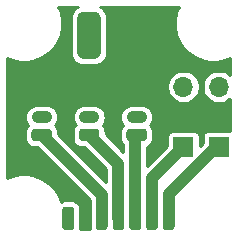
<source format=gbr>
%TF.GenerationSoftware,KiCad,Pcbnew,(5.1.9)-1*%
%TF.CreationDate,2021-10-26T22:47:50+01:00*%
%TF.ProjectId,Top hat 16mm Blade,546f7020-6861-4742-9031-366d6d20426c,rev?*%
%TF.SameCoordinates,Original*%
%TF.FileFunction,Copper,L1,Top*%
%TF.FilePolarity,Positive*%
%FSLAX46Y46*%
G04 Gerber Fmt 4.6, Leading zero omitted, Abs format (unit mm)*
G04 Created by KiCad (PCBNEW (5.1.9)-1) date 2021-10-26 22:47:50*
%MOMM*%
%LPD*%
G01*
G04 APERTURE LIST*
%TA.AperFunction,ComponentPad*%
%ADD10O,1.700000X1.700000*%
%TD*%
%TA.AperFunction,ComponentPad*%
%ADD11R,1.700000X1.700000*%
%TD*%
%TA.AperFunction,ComponentPad*%
%ADD12O,1.730000X1.030000*%
%TD*%
%TA.AperFunction,Conductor*%
%ADD13C,1.000000*%
%TD*%
%TA.AperFunction,Conductor*%
%ADD14C,0.600000*%
%TD*%
%TA.AperFunction,Conductor*%
%ADD15C,0.254000*%
%TD*%
%TA.AperFunction,Conductor*%
%ADD16C,0.100000*%
%TD*%
G04 APERTURE END LIST*
%TO.P,J9,1*%
%TO.N,VCC*%
%TA.AperFunction,SMDPad,CuDef*%
G36*
G01*
X169000000Y-148500000D02*
X169000000Y-145500000D01*
G75*
G02*
X169500000Y-145000000I500000J0D01*
G01*
X170500000Y-145000000D01*
G75*
G02*
X171000000Y-145500000I0J-500000D01*
G01*
X171000000Y-148500000D01*
G75*
G02*
X170500000Y-149000000I-500000J0D01*
G01*
X169500000Y-149000000D01*
G75*
G02*
X169000000Y-148500000I0J500000D01*
G01*
G37*
%TD.AperFunction*%
%TD*%
%TO.P,J8,1*%
%TO.N,GND*%
%TA.AperFunction,ComponentPad*%
G36*
G01*
X164500000Y-148500000D02*
X164500000Y-145500000D01*
G75*
G02*
X165000000Y-145000000I500000J0D01*
G01*
X166000000Y-145000000D01*
G75*
G02*
X166500000Y-145500000I0J-500000D01*
G01*
X166500000Y-148500000D01*
G75*
G02*
X166000000Y-149000000I-500000J0D01*
G01*
X165000000Y-149000000D01*
G75*
G02*
X164500000Y-148500000I0J500000D01*
G01*
G37*
%TD.AperFunction*%
%TD*%
D10*
%TO.P,J14,3*%
%TO.N,GND*%
X176500000Y-151370000D03*
%TO.P,J14,2*%
%TO.N,VCC*%
X176500000Y-153910000D03*
D11*
%TO.P,J14,1*%
%TO.N,Net-(J14-Pad1)*%
X176500000Y-156450000D03*
%TD*%
D10*
%TO.P,J13,3*%
%TO.N,GND*%
X173500000Y-151370000D03*
%TO.P,J13,2*%
%TO.N,VCC*%
X173500000Y-153910000D03*
D11*
%TO.P,J13,1*%
%TO.N,Net-(J13-Pad1)*%
X173500000Y-156450000D03*
%TD*%
D12*
%TO.P,J12,3*%
%TO.N,VCC*%
X169545000Y-152440000D03*
%TO.P,J12,2*%
%TO.N,GND*%
X169545000Y-153940000D03*
%TO.P,J12,1*%
%TO.N,Net-(J12-Pad1)*%
%TA.AperFunction,ComponentPad*%
G36*
G01*
X170160001Y-155955000D02*
X168929999Y-155955000D01*
G75*
G02*
X168680000Y-155705001I0J249999D01*
G01*
X168680000Y-155174999D01*
G75*
G02*
X168929999Y-154925000I249999J0D01*
G01*
X170160001Y-154925000D01*
G75*
G02*
X170410000Y-155174999I0J-249999D01*
G01*
X170410000Y-155705001D01*
G75*
G02*
X170160001Y-155955000I-249999J0D01*
G01*
G37*
%TD.AperFunction*%
%TD*%
%TO.P,J11,3*%
%TO.N,VCC*%
X165522500Y-152440000D03*
%TO.P,J11,2*%
%TO.N,GND*%
X165522500Y-153940000D03*
%TO.P,J11,1*%
%TO.N,Net-(J11-Pad1)*%
%TA.AperFunction,ComponentPad*%
G36*
G01*
X166137501Y-155955000D02*
X164907499Y-155955000D01*
G75*
G02*
X164657500Y-155705001I0J249999D01*
G01*
X164657500Y-155174999D01*
G75*
G02*
X164907499Y-154925000I249999J0D01*
G01*
X166137501Y-154925000D01*
G75*
G02*
X166387500Y-155174999I0J-249999D01*
G01*
X166387500Y-155705001D01*
G75*
G02*
X166137501Y-155955000I-249999J0D01*
G01*
G37*
%TD.AperFunction*%
%TD*%
%TO.P,J10,3*%
%TO.N,VCC*%
X161500000Y-152440000D03*
%TO.P,J10,2*%
%TO.N,GND*%
X161500000Y-153940000D03*
%TO.P,J10,1*%
%TO.N,Net-(J10-Pad1)*%
%TA.AperFunction,ComponentPad*%
G36*
G01*
X162115001Y-155955000D02*
X160884999Y-155955000D01*
G75*
G02*
X160635000Y-155705001I0J249999D01*
G01*
X160635000Y-155174999D01*
G75*
G02*
X160884999Y-154925000I249999J0D01*
G01*
X162115001Y-154925000D01*
G75*
G02*
X162365000Y-155174999I0J-249999D01*
G01*
X162365000Y-155705001D01*
G75*
G02*
X162115001Y-155955000I-249999J0D01*
G01*
G37*
%TD.AperFunction*%
%TD*%
%TO.P,J7,1*%
%TO.N,Net-(J14-Pad1)*%
%TA.AperFunction,SMDPad,CuDef*%
G36*
G01*
X171750000Y-163250000D02*
X171750000Y-161750000D01*
G75*
G02*
X172000000Y-161500000I250000J0D01*
G01*
X172500000Y-161500000D01*
G75*
G02*
X172750000Y-161750000I0J-250000D01*
G01*
X172750000Y-163250000D01*
G75*
G02*
X172500000Y-163500000I-250000J0D01*
G01*
X172000000Y-163500000D01*
G75*
G02*
X171750000Y-163250000I0J250000D01*
G01*
G37*
%TD.AperFunction*%
%TD*%
%TO.P,J6,1*%
%TO.N,Net-(J13-Pad1)*%
%TA.AperFunction,SMDPad,CuDef*%
G36*
G01*
X170333330Y-163250000D02*
X170333330Y-161750000D01*
G75*
G02*
X170583330Y-161500000I250000J0D01*
G01*
X171083330Y-161500000D01*
G75*
G02*
X171333330Y-161750000I0J-250000D01*
G01*
X171333330Y-163250000D01*
G75*
G02*
X171083330Y-163500000I-250000J0D01*
G01*
X170583330Y-163500000D01*
G75*
G02*
X170333330Y-163250000I0J250000D01*
G01*
G37*
%TD.AperFunction*%
%TD*%
%TO.P,J5,1*%
%TO.N,Net-(J12-Pad1)*%
%TA.AperFunction,SMDPad,CuDef*%
G36*
G01*
X168916664Y-163250000D02*
X168916664Y-161750000D01*
G75*
G02*
X169166664Y-161500000I250000J0D01*
G01*
X169666664Y-161500000D01*
G75*
G02*
X169916664Y-161750000I0J-250000D01*
G01*
X169916664Y-163250000D01*
G75*
G02*
X169666664Y-163500000I-250000J0D01*
G01*
X169166664Y-163500000D01*
G75*
G02*
X168916664Y-163250000I0J250000D01*
G01*
G37*
%TD.AperFunction*%
%TD*%
%TO.P,J4,1*%
%TO.N,Net-(J11-Pad1)*%
%TA.AperFunction,SMDPad,CuDef*%
G36*
G01*
X167499998Y-163250000D02*
X167499998Y-161750000D01*
G75*
G02*
X167749998Y-161500000I250000J0D01*
G01*
X168249998Y-161500000D01*
G75*
G02*
X168499998Y-161750000I0J-250000D01*
G01*
X168499998Y-163250000D01*
G75*
G02*
X168249998Y-163500000I-250000J0D01*
G01*
X167749998Y-163500000D01*
G75*
G02*
X167499998Y-163250000I0J250000D01*
G01*
G37*
%TD.AperFunction*%
%TD*%
%TO.P,J3,1*%
%TO.N,Net-(J10-Pad1)*%
%TA.AperFunction,SMDPad,CuDef*%
G36*
G01*
X166083332Y-163250000D02*
X166083332Y-161750000D01*
G75*
G02*
X166333332Y-161500000I250000J0D01*
G01*
X166833332Y-161500000D01*
G75*
G02*
X167083332Y-161750000I0J-250000D01*
G01*
X167083332Y-163250000D01*
G75*
G02*
X166833332Y-163500000I-250000J0D01*
G01*
X166333332Y-163500000D01*
G75*
G02*
X166083332Y-163250000I0J250000D01*
G01*
G37*
%TD.AperFunction*%
%TD*%
%TO.P,J2,1*%
%TO.N,VCC*%
%TA.AperFunction,SMDPad,CuDef*%
G36*
G01*
X164666666Y-163250000D02*
X164666666Y-161750000D01*
G75*
G02*
X164916666Y-161500000I250000J0D01*
G01*
X165416666Y-161500000D01*
G75*
G02*
X165666666Y-161750000I0J-250000D01*
G01*
X165666666Y-163250000D01*
G75*
G02*
X165416666Y-163500000I-250000J0D01*
G01*
X164916666Y-163500000D01*
G75*
G02*
X164666666Y-163250000I0J250000D01*
G01*
G37*
%TD.AperFunction*%
%TD*%
%TO.P,J1,1*%
%TO.N,GND*%
%TA.AperFunction,ComponentPad*%
G36*
G01*
X163250000Y-163250000D02*
X163250000Y-161750000D01*
G75*
G02*
X163500000Y-161500000I250000J0D01*
G01*
X164000000Y-161500000D01*
G75*
G02*
X164250000Y-161750000I0J-250000D01*
G01*
X164250000Y-163250000D01*
G75*
G02*
X164000000Y-163500000I-250000J0D01*
G01*
X163500000Y-163500000D01*
G75*
G02*
X163250000Y-163250000I0J250000D01*
G01*
G37*
%TD.AperFunction*%
%TD*%
D13*
%TO.N,Net-(J10-Pad1)*%
X166583332Y-160523332D02*
X161500000Y-155440000D01*
X166583332Y-162500000D02*
X166583332Y-160523332D01*
%TO.N,Net-(J11-Pad1)*%
X167999998Y-157917498D02*
X165522500Y-155440000D01*
X167999998Y-162500000D02*
X167999998Y-157917498D01*
%TO.N,Net-(J13-Pad1)*%
X170833330Y-159116670D02*
X173500000Y-156450000D01*
X170833330Y-162500000D02*
X170833330Y-159116670D01*
D14*
%TO.N,Net-(J14-Pad1)*%
X176217998Y-156750000D02*
X176500000Y-156750000D01*
D13*
X176221998Y-156450000D02*
X172250000Y-160421998D01*
X172250000Y-160421998D02*
X172250000Y-162500000D01*
X176500000Y-156450000D02*
X176221998Y-156450000D01*
%TO.N,Net-(J12-Pad1)*%
X169416664Y-155568336D02*
X169545000Y-155440000D01*
X169416664Y-162500000D02*
X169416664Y-155568336D01*
%TD*%
D15*
%TO.N,VCC*%
X164428013Y-144643961D02*
X164271999Y-144771999D01*
X164143961Y-144928013D01*
X164048821Y-145106009D01*
X163990233Y-145299145D01*
X163970451Y-145500000D01*
X163970451Y-148500000D01*
X163990233Y-148700855D01*
X164048821Y-148893991D01*
X164143961Y-149071987D01*
X164271999Y-149228001D01*
X164428013Y-149356039D01*
X164606009Y-149451179D01*
X164799145Y-149509767D01*
X165000000Y-149529549D01*
X166000000Y-149529549D01*
X166200855Y-149509767D01*
X166393991Y-149451179D01*
X166571987Y-149356039D01*
X166728001Y-149228001D01*
X166856039Y-149071987D01*
X166951179Y-148893991D01*
X167009767Y-148700855D01*
X167029549Y-148500000D01*
X167029549Y-145500000D01*
X167009767Y-145299145D01*
X166951179Y-145106009D01*
X166856039Y-144928013D01*
X166728001Y-144771999D01*
X166571987Y-144643961D01*
X166446711Y-144577000D01*
X173096546Y-144577000D01*
X172897012Y-145058719D01*
X172773000Y-145682168D01*
X172773000Y-146317832D01*
X172897012Y-146941281D01*
X173140270Y-147528558D01*
X173493425Y-148057093D01*
X173942907Y-148506575D01*
X174471442Y-148859730D01*
X175058719Y-149102988D01*
X175682168Y-149227000D01*
X176317832Y-149227000D01*
X176941281Y-149102988D01*
X177423000Y-148903453D01*
X177423000Y-150345627D01*
X177377787Y-150300414D01*
X177152254Y-150149718D01*
X176901656Y-150045917D01*
X176635623Y-149993000D01*
X176364377Y-149993000D01*
X176098344Y-150045917D01*
X175847746Y-150149718D01*
X175622213Y-150300414D01*
X175430414Y-150492213D01*
X175279718Y-150717746D01*
X175175917Y-150968344D01*
X175123000Y-151234377D01*
X175123000Y-151505623D01*
X175175917Y-151771656D01*
X175279718Y-152022254D01*
X175430414Y-152247787D01*
X175622213Y-152439586D01*
X175847746Y-152590282D01*
X176098344Y-152694083D01*
X176364377Y-152747000D01*
X176635623Y-152747000D01*
X176901656Y-152694083D01*
X177152254Y-152590282D01*
X177377787Y-152439586D01*
X177423000Y-152394373D01*
X177423001Y-155077641D01*
X177350000Y-155070451D01*
X175650000Y-155070451D01*
X175546690Y-155080626D01*
X175447350Y-155110761D01*
X175355798Y-155159696D01*
X175275552Y-155225552D01*
X175209696Y-155305798D01*
X175160761Y-155397350D01*
X175130626Y-155496690D01*
X175120451Y-155600000D01*
X175120451Y-156099150D01*
X174879549Y-156340052D01*
X174879549Y-155600000D01*
X174869374Y-155496690D01*
X174839239Y-155397350D01*
X174790304Y-155305798D01*
X174724448Y-155225552D01*
X174644202Y-155159696D01*
X174552650Y-155110761D01*
X174453310Y-155080626D01*
X174350000Y-155070451D01*
X172650000Y-155070451D01*
X172546690Y-155080626D01*
X172447350Y-155110761D01*
X172355798Y-155159696D01*
X172275552Y-155225552D01*
X172209696Y-155305798D01*
X172160761Y-155397350D01*
X172130626Y-155496690D01*
X172120451Y-155600000D01*
X172120451Y-156377152D01*
X170443664Y-158053940D01*
X170443664Y-156429655D01*
X170458321Y-156425209D01*
X170593095Y-156353171D01*
X170711225Y-156256225D01*
X170808171Y-156138095D01*
X170880209Y-156003321D01*
X170924570Y-155857083D01*
X170939549Y-155705001D01*
X170939549Y-155174999D01*
X170924570Y-155022917D01*
X170880209Y-154876679D01*
X170808171Y-154741905D01*
X170711225Y-154623775D01*
X170693652Y-154609353D01*
X170765583Y-154521705D01*
X170862340Y-154340685D01*
X170921922Y-154144268D01*
X170942041Y-153940000D01*
X170921922Y-153735732D01*
X170862340Y-153539315D01*
X170765583Y-153358295D01*
X170635370Y-153199630D01*
X170476705Y-153069417D01*
X170295685Y-152972660D01*
X170099268Y-152913078D01*
X169946181Y-152898000D01*
X169143819Y-152898000D01*
X168990732Y-152913078D01*
X168794315Y-152972660D01*
X168613295Y-153069417D01*
X168454630Y-153199630D01*
X168324417Y-153358295D01*
X168227660Y-153539315D01*
X168168078Y-153735732D01*
X168147959Y-153940000D01*
X168168078Y-154144268D01*
X168227660Y-154340685D01*
X168324417Y-154521705D01*
X168396348Y-154609353D01*
X168378775Y-154623775D01*
X168281829Y-154741905D01*
X168209791Y-154876679D01*
X168165430Y-155022917D01*
X168150451Y-155174999D01*
X168150451Y-155705001D01*
X168165430Y-155857083D01*
X168209791Y-156003321D01*
X168281829Y-156138095D01*
X168378775Y-156256225D01*
X168389665Y-156265162D01*
X168389665Y-156854768D01*
X166917049Y-155382153D01*
X166917049Y-155174999D01*
X166902070Y-155022917D01*
X166857709Y-154876679D01*
X166785671Y-154741905D01*
X166688725Y-154623775D01*
X166671152Y-154609353D01*
X166743083Y-154521705D01*
X166839840Y-154340685D01*
X166899422Y-154144268D01*
X166919541Y-153940000D01*
X166899422Y-153735732D01*
X166839840Y-153539315D01*
X166743083Y-153358295D01*
X166612870Y-153199630D01*
X166454205Y-153069417D01*
X166273185Y-152972660D01*
X166076768Y-152913078D01*
X165923681Y-152898000D01*
X165121319Y-152898000D01*
X164968232Y-152913078D01*
X164771815Y-152972660D01*
X164590795Y-153069417D01*
X164432130Y-153199630D01*
X164301917Y-153358295D01*
X164205160Y-153539315D01*
X164145578Y-153735732D01*
X164125459Y-153940000D01*
X164145578Y-154144268D01*
X164205160Y-154340685D01*
X164301917Y-154521705D01*
X164373848Y-154609353D01*
X164356275Y-154623775D01*
X164259329Y-154741905D01*
X164187291Y-154876679D01*
X164142930Y-155022917D01*
X164127951Y-155174999D01*
X164127951Y-155705001D01*
X164142930Y-155857083D01*
X164187291Y-156003321D01*
X164259329Y-156138095D01*
X164356275Y-156256225D01*
X164474405Y-156353171D01*
X164609179Y-156425209D01*
X164755417Y-156469570D01*
X164907499Y-156484549D01*
X165114653Y-156484549D01*
X166972999Y-158342896D01*
X166972999Y-159460602D01*
X162894549Y-155382153D01*
X162894549Y-155174999D01*
X162879570Y-155022917D01*
X162835209Y-154876679D01*
X162763171Y-154741905D01*
X162666225Y-154623775D01*
X162648652Y-154609353D01*
X162720583Y-154521705D01*
X162817340Y-154340685D01*
X162876922Y-154144268D01*
X162897041Y-153940000D01*
X162876922Y-153735732D01*
X162817340Y-153539315D01*
X162720583Y-153358295D01*
X162590370Y-153199630D01*
X162431705Y-153069417D01*
X162250685Y-152972660D01*
X162054268Y-152913078D01*
X161901181Y-152898000D01*
X161098819Y-152898000D01*
X160945732Y-152913078D01*
X160749315Y-152972660D01*
X160568295Y-153069417D01*
X160409630Y-153199630D01*
X160279417Y-153358295D01*
X160182660Y-153539315D01*
X160123078Y-153735732D01*
X160102959Y-153940000D01*
X160123078Y-154144268D01*
X160182660Y-154340685D01*
X160279417Y-154521705D01*
X160351348Y-154609353D01*
X160333775Y-154623775D01*
X160236829Y-154741905D01*
X160164791Y-154876679D01*
X160120430Y-155022917D01*
X160105451Y-155174999D01*
X160105451Y-155705001D01*
X160120430Y-155857083D01*
X160164791Y-156003321D01*
X160236829Y-156138095D01*
X160333775Y-156256225D01*
X160451905Y-156353171D01*
X160586679Y-156425209D01*
X160732917Y-156469570D01*
X160884999Y-156484549D01*
X161092153Y-156484549D01*
X165556333Y-160948730D01*
X165556332Y-161724116D01*
X165553783Y-161750000D01*
X165553783Y-163250000D01*
X165568762Y-163402082D01*
X165575107Y-163423000D01*
X164758225Y-163423000D01*
X164764570Y-163402082D01*
X164779549Y-163250000D01*
X164779549Y-161750000D01*
X164764570Y-161597918D01*
X164720209Y-161451680D01*
X164648171Y-161316906D01*
X164551224Y-161198776D01*
X164433094Y-161101829D01*
X164298320Y-161029791D01*
X164152082Y-160985430D01*
X164000000Y-160970451D01*
X163500000Y-160970451D01*
X163347918Y-160985430D01*
X163201680Y-161029791D01*
X163107271Y-161080253D01*
X163102988Y-161058719D01*
X162859730Y-160471442D01*
X162506575Y-159942907D01*
X162057093Y-159493425D01*
X161528558Y-159140270D01*
X160941281Y-158897012D01*
X160317832Y-158773000D01*
X159682168Y-158773000D01*
X159058719Y-158897012D01*
X158577000Y-159096546D01*
X158577000Y-151234377D01*
X172123000Y-151234377D01*
X172123000Y-151505623D01*
X172175917Y-151771656D01*
X172279718Y-152022254D01*
X172430414Y-152247787D01*
X172622213Y-152439586D01*
X172847746Y-152590282D01*
X173098344Y-152694083D01*
X173364377Y-152747000D01*
X173635623Y-152747000D01*
X173901656Y-152694083D01*
X174152254Y-152590282D01*
X174377787Y-152439586D01*
X174569586Y-152247787D01*
X174720282Y-152022254D01*
X174824083Y-151771656D01*
X174877000Y-151505623D01*
X174877000Y-151234377D01*
X174824083Y-150968344D01*
X174720282Y-150717746D01*
X174569586Y-150492213D01*
X174377787Y-150300414D01*
X174152254Y-150149718D01*
X173901656Y-150045917D01*
X173635623Y-149993000D01*
X173364377Y-149993000D01*
X173098344Y-150045917D01*
X172847746Y-150149718D01*
X172622213Y-150300414D01*
X172430414Y-150492213D01*
X172279718Y-150717746D01*
X172175917Y-150968344D01*
X172123000Y-151234377D01*
X158577000Y-151234377D01*
X158577000Y-148903454D01*
X159058719Y-149102988D01*
X159682168Y-149227000D01*
X160317832Y-149227000D01*
X160941281Y-149102988D01*
X161528558Y-148859730D01*
X162057093Y-148506575D01*
X162506575Y-148057093D01*
X162859730Y-147528558D01*
X163102988Y-146941281D01*
X163227000Y-146317832D01*
X163227000Y-145682168D01*
X163102988Y-145058719D01*
X162903454Y-144577000D01*
X164553289Y-144577000D01*
X164428013Y-144643961D01*
%TA.AperFunction,Conductor*%
D16*
G36*
X164428013Y-144643961D02*
G01*
X164271999Y-144771999D01*
X164143961Y-144928013D01*
X164048821Y-145106009D01*
X163990233Y-145299145D01*
X163970451Y-145500000D01*
X163970451Y-148500000D01*
X163990233Y-148700855D01*
X164048821Y-148893991D01*
X164143961Y-149071987D01*
X164271999Y-149228001D01*
X164428013Y-149356039D01*
X164606009Y-149451179D01*
X164799145Y-149509767D01*
X165000000Y-149529549D01*
X166000000Y-149529549D01*
X166200855Y-149509767D01*
X166393991Y-149451179D01*
X166571987Y-149356039D01*
X166728001Y-149228001D01*
X166856039Y-149071987D01*
X166951179Y-148893991D01*
X167009767Y-148700855D01*
X167029549Y-148500000D01*
X167029549Y-145500000D01*
X167009767Y-145299145D01*
X166951179Y-145106009D01*
X166856039Y-144928013D01*
X166728001Y-144771999D01*
X166571987Y-144643961D01*
X166446711Y-144577000D01*
X173096546Y-144577000D01*
X172897012Y-145058719D01*
X172773000Y-145682168D01*
X172773000Y-146317832D01*
X172897012Y-146941281D01*
X173140270Y-147528558D01*
X173493425Y-148057093D01*
X173942907Y-148506575D01*
X174471442Y-148859730D01*
X175058719Y-149102988D01*
X175682168Y-149227000D01*
X176317832Y-149227000D01*
X176941281Y-149102988D01*
X177423000Y-148903453D01*
X177423000Y-150345627D01*
X177377787Y-150300414D01*
X177152254Y-150149718D01*
X176901656Y-150045917D01*
X176635623Y-149993000D01*
X176364377Y-149993000D01*
X176098344Y-150045917D01*
X175847746Y-150149718D01*
X175622213Y-150300414D01*
X175430414Y-150492213D01*
X175279718Y-150717746D01*
X175175917Y-150968344D01*
X175123000Y-151234377D01*
X175123000Y-151505623D01*
X175175917Y-151771656D01*
X175279718Y-152022254D01*
X175430414Y-152247787D01*
X175622213Y-152439586D01*
X175847746Y-152590282D01*
X176098344Y-152694083D01*
X176364377Y-152747000D01*
X176635623Y-152747000D01*
X176901656Y-152694083D01*
X177152254Y-152590282D01*
X177377787Y-152439586D01*
X177423000Y-152394373D01*
X177423001Y-155077641D01*
X177350000Y-155070451D01*
X175650000Y-155070451D01*
X175546690Y-155080626D01*
X175447350Y-155110761D01*
X175355798Y-155159696D01*
X175275552Y-155225552D01*
X175209696Y-155305798D01*
X175160761Y-155397350D01*
X175130626Y-155496690D01*
X175120451Y-155600000D01*
X175120451Y-156099150D01*
X174879549Y-156340052D01*
X174879549Y-155600000D01*
X174869374Y-155496690D01*
X174839239Y-155397350D01*
X174790304Y-155305798D01*
X174724448Y-155225552D01*
X174644202Y-155159696D01*
X174552650Y-155110761D01*
X174453310Y-155080626D01*
X174350000Y-155070451D01*
X172650000Y-155070451D01*
X172546690Y-155080626D01*
X172447350Y-155110761D01*
X172355798Y-155159696D01*
X172275552Y-155225552D01*
X172209696Y-155305798D01*
X172160761Y-155397350D01*
X172130626Y-155496690D01*
X172120451Y-155600000D01*
X172120451Y-156377152D01*
X170443664Y-158053940D01*
X170443664Y-156429655D01*
X170458321Y-156425209D01*
X170593095Y-156353171D01*
X170711225Y-156256225D01*
X170808171Y-156138095D01*
X170880209Y-156003321D01*
X170924570Y-155857083D01*
X170939549Y-155705001D01*
X170939549Y-155174999D01*
X170924570Y-155022917D01*
X170880209Y-154876679D01*
X170808171Y-154741905D01*
X170711225Y-154623775D01*
X170693652Y-154609353D01*
X170765583Y-154521705D01*
X170862340Y-154340685D01*
X170921922Y-154144268D01*
X170942041Y-153940000D01*
X170921922Y-153735732D01*
X170862340Y-153539315D01*
X170765583Y-153358295D01*
X170635370Y-153199630D01*
X170476705Y-153069417D01*
X170295685Y-152972660D01*
X170099268Y-152913078D01*
X169946181Y-152898000D01*
X169143819Y-152898000D01*
X168990732Y-152913078D01*
X168794315Y-152972660D01*
X168613295Y-153069417D01*
X168454630Y-153199630D01*
X168324417Y-153358295D01*
X168227660Y-153539315D01*
X168168078Y-153735732D01*
X168147959Y-153940000D01*
X168168078Y-154144268D01*
X168227660Y-154340685D01*
X168324417Y-154521705D01*
X168396348Y-154609353D01*
X168378775Y-154623775D01*
X168281829Y-154741905D01*
X168209791Y-154876679D01*
X168165430Y-155022917D01*
X168150451Y-155174999D01*
X168150451Y-155705001D01*
X168165430Y-155857083D01*
X168209791Y-156003321D01*
X168281829Y-156138095D01*
X168378775Y-156256225D01*
X168389665Y-156265162D01*
X168389665Y-156854768D01*
X166917049Y-155382153D01*
X166917049Y-155174999D01*
X166902070Y-155022917D01*
X166857709Y-154876679D01*
X166785671Y-154741905D01*
X166688725Y-154623775D01*
X166671152Y-154609353D01*
X166743083Y-154521705D01*
X166839840Y-154340685D01*
X166899422Y-154144268D01*
X166919541Y-153940000D01*
X166899422Y-153735732D01*
X166839840Y-153539315D01*
X166743083Y-153358295D01*
X166612870Y-153199630D01*
X166454205Y-153069417D01*
X166273185Y-152972660D01*
X166076768Y-152913078D01*
X165923681Y-152898000D01*
X165121319Y-152898000D01*
X164968232Y-152913078D01*
X164771815Y-152972660D01*
X164590795Y-153069417D01*
X164432130Y-153199630D01*
X164301917Y-153358295D01*
X164205160Y-153539315D01*
X164145578Y-153735732D01*
X164125459Y-153940000D01*
X164145578Y-154144268D01*
X164205160Y-154340685D01*
X164301917Y-154521705D01*
X164373848Y-154609353D01*
X164356275Y-154623775D01*
X164259329Y-154741905D01*
X164187291Y-154876679D01*
X164142930Y-155022917D01*
X164127951Y-155174999D01*
X164127951Y-155705001D01*
X164142930Y-155857083D01*
X164187291Y-156003321D01*
X164259329Y-156138095D01*
X164356275Y-156256225D01*
X164474405Y-156353171D01*
X164609179Y-156425209D01*
X164755417Y-156469570D01*
X164907499Y-156484549D01*
X165114653Y-156484549D01*
X166972999Y-158342896D01*
X166972999Y-159460602D01*
X162894549Y-155382153D01*
X162894549Y-155174999D01*
X162879570Y-155022917D01*
X162835209Y-154876679D01*
X162763171Y-154741905D01*
X162666225Y-154623775D01*
X162648652Y-154609353D01*
X162720583Y-154521705D01*
X162817340Y-154340685D01*
X162876922Y-154144268D01*
X162897041Y-153940000D01*
X162876922Y-153735732D01*
X162817340Y-153539315D01*
X162720583Y-153358295D01*
X162590370Y-153199630D01*
X162431705Y-153069417D01*
X162250685Y-152972660D01*
X162054268Y-152913078D01*
X161901181Y-152898000D01*
X161098819Y-152898000D01*
X160945732Y-152913078D01*
X160749315Y-152972660D01*
X160568295Y-153069417D01*
X160409630Y-153199630D01*
X160279417Y-153358295D01*
X160182660Y-153539315D01*
X160123078Y-153735732D01*
X160102959Y-153940000D01*
X160123078Y-154144268D01*
X160182660Y-154340685D01*
X160279417Y-154521705D01*
X160351348Y-154609353D01*
X160333775Y-154623775D01*
X160236829Y-154741905D01*
X160164791Y-154876679D01*
X160120430Y-155022917D01*
X160105451Y-155174999D01*
X160105451Y-155705001D01*
X160120430Y-155857083D01*
X160164791Y-156003321D01*
X160236829Y-156138095D01*
X160333775Y-156256225D01*
X160451905Y-156353171D01*
X160586679Y-156425209D01*
X160732917Y-156469570D01*
X160884999Y-156484549D01*
X161092153Y-156484549D01*
X165556333Y-160948730D01*
X165556332Y-161724116D01*
X165553783Y-161750000D01*
X165553783Y-163250000D01*
X165568762Y-163402082D01*
X165575107Y-163423000D01*
X164758225Y-163423000D01*
X164764570Y-163402082D01*
X164779549Y-163250000D01*
X164779549Y-161750000D01*
X164764570Y-161597918D01*
X164720209Y-161451680D01*
X164648171Y-161316906D01*
X164551224Y-161198776D01*
X164433094Y-161101829D01*
X164298320Y-161029791D01*
X164152082Y-160985430D01*
X164000000Y-160970451D01*
X163500000Y-160970451D01*
X163347918Y-160985430D01*
X163201680Y-161029791D01*
X163107271Y-161080253D01*
X163102988Y-161058719D01*
X162859730Y-160471442D01*
X162506575Y-159942907D01*
X162057093Y-159493425D01*
X161528558Y-159140270D01*
X160941281Y-158897012D01*
X160317832Y-158773000D01*
X159682168Y-158773000D01*
X159058719Y-158897012D01*
X158577000Y-159096546D01*
X158577000Y-151234377D01*
X172123000Y-151234377D01*
X172123000Y-151505623D01*
X172175917Y-151771656D01*
X172279718Y-152022254D01*
X172430414Y-152247787D01*
X172622213Y-152439586D01*
X172847746Y-152590282D01*
X173098344Y-152694083D01*
X173364377Y-152747000D01*
X173635623Y-152747000D01*
X173901656Y-152694083D01*
X174152254Y-152590282D01*
X174377787Y-152439586D01*
X174569586Y-152247787D01*
X174720282Y-152022254D01*
X174824083Y-151771656D01*
X174877000Y-151505623D01*
X174877000Y-151234377D01*
X174824083Y-150968344D01*
X174720282Y-150717746D01*
X174569586Y-150492213D01*
X174377787Y-150300414D01*
X174152254Y-150149718D01*
X173901656Y-150045917D01*
X173635623Y-149993000D01*
X173364377Y-149993000D01*
X173098344Y-150045917D01*
X172847746Y-150149718D01*
X172622213Y-150300414D01*
X172430414Y-150492213D01*
X172279718Y-150717746D01*
X172175917Y-150968344D01*
X172123000Y-151234377D01*
X158577000Y-151234377D01*
X158577000Y-148903454D01*
X159058719Y-149102988D01*
X159682168Y-149227000D01*
X160317832Y-149227000D01*
X160941281Y-149102988D01*
X161528558Y-148859730D01*
X162057093Y-148506575D01*
X162506575Y-148057093D01*
X162859730Y-147528558D01*
X163102988Y-146941281D01*
X163227000Y-146317832D01*
X163227000Y-145682168D01*
X163102988Y-145058719D01*
X162903454Y-144577000D01*
X164553289Y-144577000D01*
X164428013Y-144643961D01*
G37*
%TD.AperFunction*%
%TD*%
M02*

</source>
